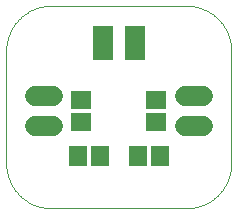
<source format=gbs>
G04 EAGLE Gerber X2 export*
%TF.Part,Single*%
%TF.FileFunction,Other,Solder Mask bottom*%
%TF.FilePolarity,Positive*%
%TF.GenerationSoftware,Autodesk,EAGLE,9.0.0*%
%TF.CreationDate,2018-05-03T06:21:48Z*%
G75*
%MOMM*%
%FSLAX35Y35*%
%LPD*%
%AMOC8*
5,1,8,0,0,1.08239X$1,22.5*%
G01*
%ADD10C,0.100000*%
%ADD11R,1.503200X1.703200*%
%ADD12R,1.703200X1.503200*%
%ADD13C,1.727200*%
%ADD14R,1.703200X2.903200*%


D10*
X952500Y2286000D02*
X2095500Y2286000D01*
X2476500Y1905000D02*
X2476500Y952500D01*
X2095500Y571500D02*
X952500Y571500D01*
X571500Y952500D02*
X571500Y1905000D01*
X571611Y1914206D01*
X571945Y1923407D01*
X572501Y1932598D01*
X573279Y1941772D01*
X574278Y1950924D01*
X575498Y1960050D01*
X576938Y1969144D01*
X578598Y1978200D01*
X580476Y1987214D01*
X582571Y1996179D01*
X584882Y2005092D01*
X587408Y2013945D01*
X590147Y2022735D01*
X593098Y2031457D01*
X596259Y2040104D01*
X599627Y2048673D01*
X603202Y2057158D01*
X606981Y2065554D01*
X610961Y2073856D01*
X615141Y2082060D01*
X619518Y2090160D01*
X624090Y2098152D01*
X628853Y2106031D01*
X633805Y2113793D01*
X638943Y2121433D01*
X644265Y2128946D01*
X649766Y2136329D01*
X655444Y2143577D01*
X661296Y2150685D01*
X667317Y2157650D01*
X673506Y2164467D01*
X679857Y2171133D01*
X686367Y2177643D01*
X693033Y2183994D01*
X699850Y2190183D01*
X706815Y2196204D01*
X713923Y2202056D01*
X721171Y2207734D01*
X728554Y2213235D01*
X736067Y2218557D01*
X743707Y2223695D01*
X751469Y2228647D01*
X759348Y2233410D01*
X767340Y2237982D01*
X775440Y2242359D01*
X783644Y2246539D01*
X791946Y2250519D01*
X800342Y2254298D01*
X808827Y2257873D01*
X817396Y2261241D01*
X826043Y2264402D01*
X834765Y2267353D01*
X843555Y2270092D01*
X852408Y2272618D01*
X861321Y2274929D01*
X870286Y2277024D01*
X879300Y2278902D01*
X888356Y2280562D01*
X897450Y2282002D01*
X906576Y2283222D01*
X915728Y2284221D01*
X924902Y2284999D01*
X934093Y2285555D01*
X943294Y2285889D01*
X952500Y2286000D01*
X2095500Y2286000D02*
X2104706Y2285889D01*
X2113907Y2285555D01*
X2123098Y2284999D01*
X2132272Y2284221D01*
X2141424Y2283222D01*
X2150550Y2282002D01*
X2159644Y2280562D01*
X2168700Y2278902D01*
X2177714Y2277024D01*
X2186679Y2274929D01*
X2195592Y2272618D01*
X2204445Y2270092D01*
X2213235Y2267353D01*
X2221957Y2264402D01*
X2230604Y2261241D01*
X2239173Y2257873D01*
X2247658Y2254298D01*
X2256054Y2250519D01*
X2264356Y2246539D01*
X2272560Y2242359D01*
X2280660Y2237982D01*
X2288652Y2233410D01*
X2296531Y2228647D01*
X2304293Y2223695D01*
X2311933Y2218557D01*
X2319446Y2213235D01*
X2326829Y2207734D01*
X2334077Y2202056D01*
X2341185Y2196204D01*
X2348150Y2190183D01*
X2354967Y2183994D01*
X2361633Y2177643D01*
X2368143Y2171133D01*
X2374494Y2164467D01*
X2380683Y2157650D01*
X2386704Y2150685D01*
X2392556Y2143577D01*
X2398234Y2136329D01*
X2403735Y2128946D01*
X2409057Y2121433D01*
X2414195Y2113793D01*
X2419147Y2106031D01*
X2423910Y2098152D01*
X2428482Y2090160D01*
X2432859Y2082060D01*
X2437039Y2073856D01*
X2441019Y2065554D01*
X2444798Y2057158D01*
X2448373Y2048673D01*
X2451741Y2040104D01*
X2454902Y2031457D01*
X2457853Y2022735D01*
X2460592Y2013945D01*
X2463118Y2005092D01*
X2465429Y1996179D01*
X2467524Y1987214D01*
X2469402Y1978200D01*
X2471062Y1969144D01*
X2472502Y1960050D01*
X2473722Y1950924D01*
X2474721Y1941772D01*
X2475499Y1932598D01*
X2476055Y1923407D01*
X2476389Y1914206D01*
X2476500Y1905000D01*
X2476500Y952500D02*
X2476389Y943294D01*
X2476055Y934093D01*
X2475499Y924902D01*
X2474721Y915728D01*
X2473722Y906576D01*
X2472502Y897450D01*
X2471062Y888356D01*
X2469402Y879300D01*
X2467524Y870286D01*
X2465429Y861321D01*
X2463118Y852408D01*
X2460592Y843555D01*
X2457853Y834765D01*
X2454902Y826043D01*
X2451741Y817396D01*
X2448373Y808827D01*
X2444798Y800342D01*
X2441019Y791946D01*
X2437039Y783644D01*
X2432859Y775440D01*
X2428482Y767340D01*
X2423910Y759348D01*
X2419147Y751469D01*
X2414195Y743707D01*
X2409057Y736067D01*
X2403735Y728554D01*
X2398234Y721171D01*
X2392556Y713923D01*
X2386704Y706815D01*
X2380683Y699850D01*
X2374494Y693033D01*
X2368143Y686367D01*
X2361633Y679857D01*
X2354967Y673506D01*
X2348150Y667317D01*
X2341185Y661296D01*
X2334077Y655444D01*
X2326829Y649766D01*
X2319446Y644265D01*
X2311933Y638943D01*
X2304293Y633805D01*
X2296531Y628853D01*
X2288652Y624090D01*
X2280660Y619518D01*
X2272560Y615141D01*
X2264356Y610961D01*
X2256054Y606981D01*
X2247658Y603202D01*
X2239173Y599627D01*
X2230604Y596259D01*
X2221957Y593098D01*
X2213235Y590147D01*
X2204445Y587408D01*
X2195592Y584882D01*
X2186679Y582571D01*
X2177714Y580476D01*
X2168700Y578598D01*
X2159644Y576938D01*
X2150550Y575498D01*
X2141424Y574278D01*
X2132272Y573279D01*
X2123098Y572501D01*
X2113907Y571945D01*
X2104706Y571611D01*
X2095500Y571500D01*
X952500Y571500D02*
X943294Y571611D01*
X934093Y571945D01*
X924902Y572501D01*
X915728Y573279D01*
X906576Y574278D01*
X897450Y575498D01*
X888356Y576938D01*
X879300Y578598D01*
X870286Y580476D01*
X861321Y582571D01*
X852408Y584882D01*
X843555Y587408D01*
X834765Y590147D01*
X826043Y593098D01*
X817396Y596259D01*
X808827Y599627D01*
X800342Y603202D01*
X791946Y606981D01*
X783644Y610961D01*
X775440Y615141D01*
X767340Y619518D01*
X759348Y624090D01*
X751469Y628853D01*
X743707Y633805D01*
X736067Y638943D01*
X728554Y644265D01*
X721171Y649766D01*
X713923Y655444D01*
X706815Y661296D01*
X699850Y667317D01*
X693033Y673506D01*
X686367Y679857D01*
X679857Y686367D01*
X673506Y693033D01*
X667317Y699850D01*
X661296Y706815D01*
X655444Y713923D01*
X649766Y721171D01*
X644265Y728554D01*
X638943Y736067D01*
X633805Y743707D01*
X628853Y751469D01*
X624090Y759348D01*
X619518Y767340D01*
X615141Y775440D01*
X610961Y783644D01*
X606981Y791946D01*
X603202Y800342D01*
X599627Y808827D01*
X596259Y817396D01*
X593098Y826043D01*
X590147Y834765D01*
X587408Y843555D01*
X584882Y852408D01*
X582571Y861321D01*
X580476Y870286D01*
X578598Y879300D01*
X576938Y888356D01*
X575498Y897450D01*
X574278Y906576D01*
X573279Y915728D01*
X572501Y924902D01*
X571945Y934093D01*
X571611Y943294D01*
X571500Y952500D01*
D11*
X1683000Y1016000D03*
X1873000Y1016000D03*
D12*
X1206500Y1302000D03*
X1206500Y1492000D03*
X1841500Y1302000D03*
X1841500Y1492000D03*
D13*
X2082800Y1270000D02*
X2235200Y1270000D01*
X2235200Y1524000D02*
X2082800Y1524000D01*
D14*
X1389000Y1967500D03*
X1659000Y1969500D03*
D11*
X1175000Y1016000D03*
X1365000Y1016000D03*
D13*
X965200Y1524000D02*
X812800Y1524000D01*
X812800Y1270000D02*
X965200Y1270000D01*
M02*

</source>
